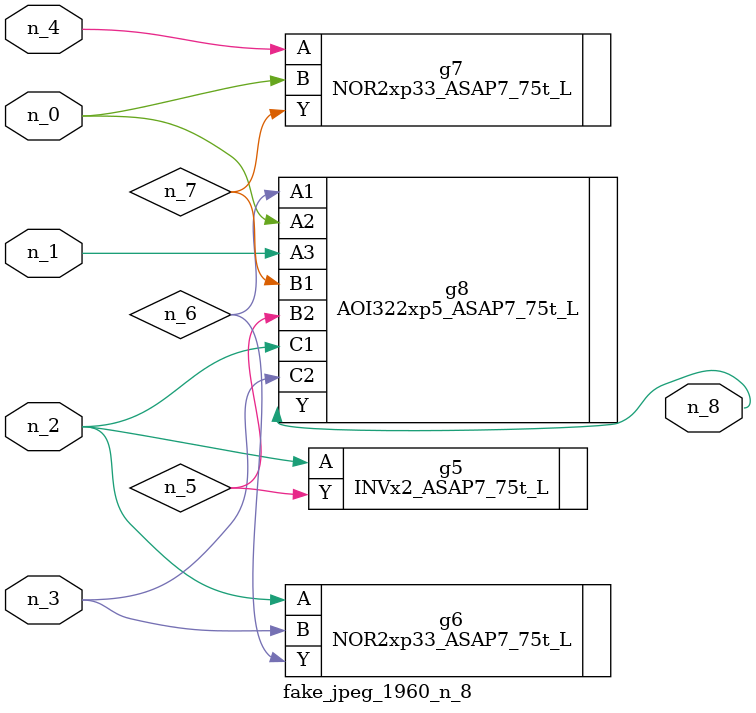
<source format=v>
module fake_jpeg_1960_n_8 (n_3, n_2, n_1, n_0, n_4, n_8);

input n_3;
input n_2;
input n_1;
input n_0;
input n_4;

output n_8;

wire n_6;
wire n_5;
wire n_7;

INVx2_ASAP7_75t_L g5 ( 
.A(n_2),
.Y(n_5)
);

NOR2xp33_ASAP7_75t_L g6 ( 
.A(n_2),
.B(n_3),
.Y(n_6)
);

NOR2xp33_ASAP7_75t_L g7 ( 
.A(n_4),
.B(n_0),
.Y(n_7)
);

AOI322xp5_ASAP7_75t_L g8 ( 
.A1(n_6),
.A2(n_0),
.A3(n_1),
.B1(n_7),
.B2(n_5),
.C1(n_2),
.C2(n_3),
.Y(n_8)
);


endmodule
</source>
